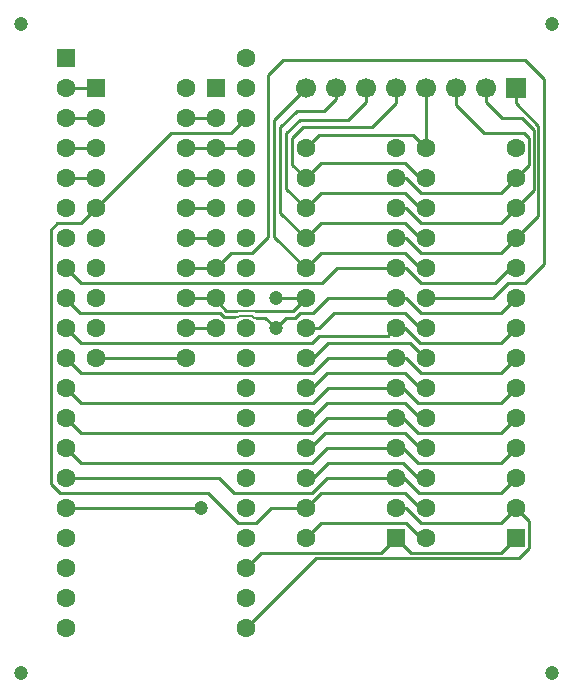
<source format=gbr>
%TF.GenerationSoftware,KiCad,Pcbnew,9.0.5*%
%TF.CreationDate,2025-10-18T15:16:22+02:00*%
%TF.ProjectId,a8sram,61387372-616d-42e6-9b69-6361645f7063,rev?*%
%TF.SameCoordinates,Original*%
%TF.FileFunction,Copper,L2,Bot*%
%TF.FilePolarity,Positive*%
%FSLAX46Y46*%
G04 Gerber Fmt 4.6, Leading zero omitted, Abs format (unit mm)*
G04 Created by KiCad (PCBNEW 9.0.5) date 2025-10-18 15:16:22*
%MOMM*%
%LPD*%
G01*
G04 APERTURE LIST*
G04 Aperture macros list*
%AMRoundRect*
0 Rectangle with rounded corners*
0 $1 Rounding radius*
0 $2 $3 $4 $5 $6 $7 $8 $9 X,Y pos of 4 corners*
0 Add a 4 corners polygon primitive as box body*
4,1,4,$2,$3,$4,$5,$6,$7,$8,$9,$2,$3,0*
0 Add four circle primitives for the rounded corners*
1,1,$1+$1,$2,$3*
1,1,$1+$1,$4,$5*
1,1,$1+$1,$6,$7*
1,1,$1+$1,$8,$9*
0 Add four rect primitives between the rounded corners*
20,1,$1+$1,$2,$3,$4,$5,0*
20,1,$1+$1,$4,$5,$6,$7,0*
20,1,$1+$1,$6,$7,$8,$9,0*
20,1,$1+$1,$8,$9,$2,$3,0*%
G04 Aperture macros list end*
%TA.AperFunction,ComponentPad*%
%ADD10RoundRect,0.250000X0.550000X0.550000X-0.550000X0.550000X-0.550000X-0.550000X0.550000X-0.550000X0*%
%TD*%
%TA.AperFunction,ComponentPad*%
%ADD11C,1.600000*%
%TD*%
%TA.AperFunction,ComponentPad*%
%ADD12R,1.600000X1.600000*%
%TD*%
%TA.AperFunction,ComponentPad*%
%ADD13R,1.700000X1.700000*%
%TD*%
%TA.AperFunction,ComponentPad*%
%ADD14C,1.700000*%
%TD*%
%TA.AperFunction,ComponentPad*%
%ADD15RoundRect,0.250000X-0.550000X-0.550000X0.550000X-0.550000X0.550000X0.550000X-0.550000X0.550000X0*%
%TD*%
%TA.AperFunction,ViaPad*%
%ADD16C,1.200000*%
%TD*%
%TA.AperFunction,Conductor*%
%ADD17C,0.250000*%
%TD*%
%TA.AperFunction,Conductor*%
%ADD18C,0.200000*%
%TD*%
G04 APERTURE END LIST*
D10*
%TO.P,U6,1,A14*%
%TO.N,/A14*%
X139700000Y-91440000D03*
D11*
%TO.P,U6,2,A12*%
%TO.N,/A12*%
X139700000Y-88900000D03*
%TO.P,U6,3,A7*%
%TO.N,/A7*%
X139700000Y-86360000D03*
%TO.P,U6,4,A6*%
%TO.N,/A6*%
X139700000Y-83820000D03*
%TO.P,U6,5,A5*%
%TO.N,/A5*%
X139700000Y-81280000D03*
%TO.P,U6,6,A4*%
%TO.N,/A4*%
X139700000Y-78740000D03*
%TO.P,U6,7,A3*%
%TO.N,/A3*%
X139700000Y-76200000D03*
%TO.P,U6,8,A2*%
%TO.N,/A2*%
X139700000Y-73660000D03*
%TO.P,U6,9,A1*%
%TO.N,/A1*%
X139700000Y-71120000D03*
%TO.P,U6,10,A0*%
%TO.N,/A0*%
X139700000Y-68580000D03*
%TO.P,U6,11,Q0*%
%TO.N,/D0*%
X139700000Y-66040000D03*
%TO.P,U6,12,Q1*%
%TO.N,/D1*%
X139700000Y-63500000D03*
%TO.P,U6,13,Q2*%
%TO.N,/D2*%
X139700000Y-60960000D03*
%TO.P,U6,14,GND*%
%TO.N,GND*%
X139700000Y-58420000D03*
%TO.P,U6,15,Q3*%
%TO.N,/D3*%
X132080000Y-58420000D03*
%TO.P,U6,16,Q4*%
%TO.N,/D4*%
X132080000Y-60960000D03*
%TO.P,U6,17,Q5*%
%TO.N,/D5*%
X132080000Y-63500000D03*
%TO.P,U6,18,Q6*%
%TO.N,/D6*%
X132080000Y-66040000D03*
%TO.P,U6,19,Q7*%
%TO.N,/D7*%
X132080000Y-68580000D03*
%TO.P,U6,20,~{CS}*%
%TO.N,_CS2*%
X132080000Y-71120000D03*
%TO.P,U6,21,A10*%
%TO.N,/A10*%
X132080000Y-73660000D03*
%TO.P,U6,22,~{OE}*%
%TO.N,_OE*%
X132080000Y-76200000D03*
%TO.P,U6,23,A11*%
%TO.N,/A11*%
X132080000Y-78740000D03*
%TO.P,U6,24,A9*%
%TO.N,/A9*%
X132080000Y-81280000D03*
%TO.P,U6,25,A8*%
%TO.N,/A8*%
X132080000Y-83820000D03*
%TO.P,U6,26,A13*%
%TO.N,/A13*%
X132080000Y-86360000D03*
%TO.P,U6,27,~{WE}*%
%TO.N,RW*%
X132080000Y-88900000D03*
%TO.P,U6,28,VCC*%
%TO.N,+5V*%
X132080000Y-91440000D03*
%TD*%
D12*
%TO.P,RN1,1,common*%
%TO.N,Net-(JP1-C)*%
X114300000Y-53340000D03*
D11*
%TO.P,RN1,2,R1*%
%TO.N,CLK{slash}2*%
X114300000Y-55880000D03*
%TO.P,RN1,3,R2*%
%TO.N,OSC*%
X114300000Y-58420000D03*
%TO.P,RN1,4,R3*%
%TO.N,O3*%
X114300000Y-60960000D03*
%TO.P,RN1,5,R4*%
%TO.N,O4*%
X114300000Y-63500000D03*
%TO.P,RN1,6,R5*%
%TO.N,O5*%
X114300000Y-66040000D03*
%TO.P,RN1,7,R6*%
%TO.N,_CS2*%
X114300000Y-68580000D03*
%TO.P,RN1,8,R7*%
%TO.N,_CS1*%
X114300000Y-71120000D03*
%TO.P,RN1,9,R8*%
%TO.N,_OE*%
X114300000Y-73660000D03*
%TD*%
D13*
%TO.P,J1,1,Pin_1*%
%TO.N,/D0*%
X139700000Y-53340000D03*
D14*
%TO.P,J1,2,Pin_2*%
%TO.N,/D1*%
X137160000Y-53340000D03*
%TO.P,J1,3,Pin_3*%
%TO.N,/D2*%
X134620000Y-53340000D03*
%TO.P,J1,4,Pin_4*%
%TO.N,/D3*%
X132080000Y-53340000D03*
%TO.P,J1,5,Pin_5*%
%TO.N,/D4*%
X129540000Y-53340000D03*
%TO.P,J1,6,Pin_6*%
%TO.N,/D5*%
X127000000Y-53340000D03*
%TO.P,J1,7,Pin_7*%
%TO.N,/D6*%
X124460000Y-53340000D03*
%TO.P,J1,8,Pin_8*%
%TO.N,/D7*%
X121920000Y-53340000D03*
%TD*%
D15*
%TO.P,U4,1,CLK0*%
%TO.N,unconnected-(U4-CLK0-Pad1)*%
X101600000Y-50800000D03*
D11*
%TO.P,U4,2,CLK*%
%TO.N,CLK*%
X101600000Y-53340000D03*
%TO.P,U4,3,EXTSEL*%
%TO.N,_EXTSEL*%
X101600000Y-55880000D03*
%TO.P,U4,4,_CI*%
%TO.N,_CI*%
X101600000Y-58420000D03*
%TO.P,U4,5,O2*%
%TO.N,_O2*%
X101600000Y-60960000D03*
%TO.P,U4,6,NC*%
%TO.N,unconnected-(U4-NC-Pad6)*%
X101600000Y-63500000D03*
%TO.P,U4,7,NC*%
%TO.N,unconnected-(U4-NC-Pad7)*%
X101600000Y-66040000D03*
%TO.P,U4,8,A0*%
%TO.N,/A0*%
X101600000Y-68580000D03*
%TO.P,U4,9,A1*%
%TO.N,/A1*%
X101600000Y-71120000D03*
%TO.P,U4,10,A2*%
%TO.N,/A2*%
X101600000Y-73660000D03*
%TO.P,U4,11,A3*%
%TO.N,/A3*%
X101600000Y-76200000D03*
%TO.P,U4,12,A4*%
%TO.N,/A4*%
X101600000Y-78740000D03*
%TO.P,U4,13,A5*%
%TO.N,/A5*%
X101600000Y-81280000D03*
%TO.P,U4,14,A6*%
%TO.N,/A6*%
X101600000Y-83820000D03*
%TO.P,U4,15,A7*%
%TO.N,/A7*%
X101600000Y-86360000D03*
%TO.P,U4,16,A8*%
%TO.N,/A8*%
X101600000Y-88900000D03*
%TO.P,U4,17,A9*%
%TO.N,/A9*%
X101600000Y-91440000D03*
%TO.P,U4,18,A10*%
%TO.N,/A10*%
X101600000Y-93980000D03*
%TO.P,U4,19,A11*%
%TO.N,/A11*%
X101600000Y-96520000D03*
%TO.P,U4,20,Vss*%
%TO.N,GND*%
X101600000Y-99060000D03*
%TO.P,U4,21,A12*%
%TO.N,/A12*%
X116840000Y-99060000D03*
%TO.P,U4,22,A13*%
%TO.N,/A13*%
X116840000Y-96520000D03*
%TO.P,U4,23,FA14*%
%TO.N,/A14*%
X116840000Y-93980000D03*
%TO.P,U4,24,FA15*%
%TO.N,A15*%
X116840000Y-91440000D03*
%TO.P,U4,25,RA7*%
%TO.N,unconnected-(U4-RA7-Pad25)*%
X116840000Y-88900000D03*
%TO.P,U4,26,RA6*%
%TO.N,unconnected-(U4-RA6-Pad26)*%
X116840000Y-86360000D03*
%TO.P,U4,27,RA5*%
%TO.N,unconnected-(U4-RA5-Pad27)*%
X116840000Y-83820000D03*
%TO.P,U4,28,RA4*%
%TO.N,unconnected-(U4-RA4-Pad28)*%
X116840000Y-81280000D03*
%TO.P,U4,29,RA3*%
%TO.N,unconnected-(U4-RA3-Pad29)*%
X116840000Y-78740000D03*
%TO.P,U4,30,RA2*%
%TO.N,unconnected-(U4-RA2-Pad30)*%
X116840000Y-76200000D03*
%TO.P,U4,31,RA1*%
%TO.N,unconnected-(U4-RA1-Pad31)*%
X116840000Y-73660000D03*
%TO.P,U4,32,RA0*%
%TO.N,unconnected-(U4-RA0-Pad32)*%
X116840000Y-71120000D03*
%TO.P,U4,33,_RAS*%
%TO.N,unconnected-(U4-_RAS-Pad33)*%
X116840000Y-68580000D03*
%TO.P,U4,34,_WRT*%
%TO.N,unconnected-(U4-_WRT-Pad34)*%
X116840000Y-66040000D03*
%TO.P,U4,35,_CAS*%
%TO.N,unconnected-(U4-_CAS-Pad35)*%
X116840000Y-63500000D03*
%TO.P,U4,36,NC*%
%TO.N,unconnected-(U4-NC-Pad36)*%
X116840000Y-60960000D03*
%TO.P,U4,37,OSC*%
%TO.N,OSC*%
X116840000Y-58420000D03*
%TO.P,U4,38,R/_W*%
%TO.N,RW*%
X116840000Y-55880000D03*
%TO.P,U4,39,_RST*%
%TO.N,unconnected-(U4-_RST-Pad39)*%
X116840000Y-53340000D03*
%TO.P,U4,40,Vcc*%
%TO.N,+5V*%
X116840000Y-50800000D03*
%TD*%
D15*
%TO.P,U1,1,I1/CLK*%
%TO.N,CLK*%
X104140000Y-53340000D03*
D11*
%TO.P,U1,2,I2*%
%TO.N,_EXTSEL*%
X104140000Y-55880000D03*
%TO.P,U1,3,I3*%
%TO.N,_CI*%
X104140000Y-58420000D03*
%TO.P,U1,4,I4*%
%TO.N,_O2*%
X104140000Y-60960000D03*
%TO.P,U1,5,I5*%
%TO.N,RW*%
X104140000Y-63500000D03*
%TO.P,U1,6,I6*%
%TO.N,I6*%
X104140000Y-66040000D03*
%TO.P,U1,7,I7*%
%TO.N,I7*%
X104140000Y-68580000D03*
%TO.P,U1,8,I8*%
%TO.N,I8*%
X104140000Y-71120000D03*
%TO.P,U1,9,I9*%
%TO.N,A15*%
X104140000Y-73660000D03*
%TO.P,U1,10,GND*%
%TO.N,GND*%
X104140000Y-76200000D03*
%TO.P,U1,11,I10/~{OE}*%
X111760000Y-76200000D03*
%TO.P,U1,12,IO8*%
%TO.N,_OE*%
X111760000Y-73660000D03*
%TO.P,U1,13,IO7*%
%TO.N,_CS1*%
X111760000Y-71120000D03*
%TO.P,U1,14,IO6*%
%TO.N,_CS2*%
X111760000Y-68580000D03*
%TO.P,U1,15,IO5*%
%TO.N,O5*%
X111760000Y-66040000D03*
%TO.P,U1,16,IO4*%
%TO.N,O4*%
X111760000Y-63500000D03*
%TO.P,U1,17,I03*%
%TO.N,O3*%
X111760000Y-60960000D03*
%TO.P,U1,18,IO2*%
%TO.N,OSC*%
X111760000Y-58420000D03*
%TO.P,U1,19,IO1*%
%TO.N,CLK{slash}2*%
X111760000Y-55880000D03*
%TO.P,U1,20,VCC*%
%TO.N,+5V*%
X111760000Y-53340000D03*
%TD*%
D10*
%TO.P,U5,1,A14*%
%TO.N,/A14*%
X129540000Y-91440000D03*
D11*
%TO.P,U5,2,A12*%
%TO.N,/A12*%
X129540000Y-88900000D03*
%TO.P,U5,3,A7*%
%TO.N,/A7*%
X129540000Y-86360000D03*
%TO.P,U5,4,A6*%
%TO.N,/A6*%
X129540000Y-83820000D03*
%TO.P,U5,5,A5*%
%TO.N,/A5*%
X129540000Y-81280000D03*
%TO.P,U5,6,A4*%
%TO.N,/A4*%
X129540000Y-78740000D03*
%TO.P,U5,7,A3*%
%TO.N,/A3*%
X129540000Y-76200000D03*
%TO.P,U5,8,A2*%
%TO.N,/A2*%
X129540000Y-73660000D03*
%TO.P,U5,9,A1*%
%TO.N,/A1*%
X129540000Y-71120000D03*
%TO.P,U5,10,A0*%
%TO.N,/A0*%
X129540000Y-68580000D03*
%TO.P,U5,11,Q0*%
%TO.N,/D0*%
X129540000Y-66040000D03*
%TO.P,U5,12,Q1*%
%TO.N,/D1*%
X129540000Y-63500000D03*
%TO.P,U5,13,Q2*%
%TO.N,/D2*%
X129540000Y-60960000D03*
%TO.P,U5,14,GND*%
%TO.N,GND*%
X129540000Y-58420000D03*
%TO.P,U5,15,Q3*%
%TO.N,/D3*%
X121920000Y-58420000D03*
%TO.P,U5,16,Q4*%
%TO.N,/D4*%
X121920000Y-60960000D03*
%TO.P,U5,17,Q5*%
%TO.N,/D5*%
X121920000Y-63500000D03*
%TO.P,U5,18,Q6*%
%TO.N,/D6*%
X121920000Y-66040000D03*
%TO.P,U5,19,Q7*%
%TO.N,/D7*%
X121920000Y-68580000D03*
%TO.P,U5,20,~{CS}*%
%TO.N,_CS1*%
X121920000Y-71120000D03*
%TO.P,U5,21,A10*%
%TO.N,/A10*%
X121920000Y-73660000D03*
%TO.P,U5,22,~{OE}*%
%TO.N,_OE*%
X121920000Y-76200000D03*
%TO.P,U5,23,A11*%
%TO.N,/A11*%
X121920000Y-78740000D03*
%TO.P,U5,24,A9*%
%TO.N,/A9*%
X121920000Y-81280000D03*
%TO.P,U5,25,A8*%
%TO.N,/A8*%
X121920000Y-83820000D03*
%TO.P,U5,26,A13*%
%TO.N,/A13*%
X121920000Y-86360000D03*
%TO.P,U5,27,~{WE}*%
%TO.N,RW*%
X121920000Y-88900000D03*
%TO.P,U5,28,VCC*%
%TO.N,+5V*%
X121920000Y-91440000D03*
%TD*%
D16*
%TO.N,*%
X142790000Y-47870000D03*
X97790000Y-47870000D03*
X97790000Y-102870000D03*
X142790000Y-102870000D03*
%TO.N,/A8*%
X113030000Y-88900000D03*
%TO.N,/A1*%
X119380000Y-73660000D03*
%TO.N,_CS1*%
X119380000Y-71120000D03*
%TD*%
D17*
%TO.N,GND*%
X104140000Y-76200000D02*
X111760000Y-76200000D01*
%TO.N,+5V*%
X130429000Y-90170000D02*
X123190000Y-90170000D01*
X123190000Y-90170000D02*
X121920000Y-91440000D01*
X131699000Y-91440000D02*
X130429000Y-90170000D01*
X132080000Y-91440000D02*
X131699000Y-91440000D01*
%TO.N,/D0*%
X141625000Y-56515000D02*
X141605000Y-56515000D01*
X131699000Y-67310000D02*
X130429000Y-66040000D01*
X141625000Y-64115000D02*
X141625000Y-56515000D01*
X139700000Y-66040000D02*
X138430000Y-67310000D01*
X139700000Y-66040000D02*
X141625000Y-64115000D01*
X139700000Y-54610000D02*
X139700000Y-53340000D01*
X130429000Y-66040000D02*
X129540000Y-66040000D01*
X141605000Y-56515000D02*
X139700000Y-54610000D01*
X138430000Y-67310000D02*
X131699000Y-67310000D01*
%TO.N,/D4*%
X120777000Y-57519388D02*
X120777000Y-57531000D01*
X120777000Y-57531000D02*
X121666000Y-56642000D01*
X121666000Y-56642000D02*
X127508000Y-56642000D01*
X131572000Y-60960000D02*
X130302000Y-59690000D01*
X130302000Y-59690000D02*
X123190000Y-59690000D01*
X129540000Y-54610000D02*
X129540000Y-53340000D01*
X120777000Y-57531000D02*
X120777000Y-59817000D01*
X132080000Y-60960000D02*
X131572000Y-60960000D01*
X127508000Y-56642000D02*
X129540000Y-54610000D01*
X120777000Y-59817000D02*
X121920000Y-60960000D01*
X123190000Y-59690000D02*
X121920000Y-60960000D01*
%TO.N,/D2*%
X130429000Y-60960000D02*
X129540000Y-60960000D01*
X140801000Y-57531000D02*
X140420000Y-57150000D01*
X139700000Y-60960000D02*
X138430000Y-62230000D01*
X134620000Y-54737000D02*
X134620000Y-53340000D01*
X140801000Y-59859000D02*
X140801000Y-57531000D01*
X139700000Y-60960000D02*
X140801000Y-59859000D01*
X140420000Y-57150000D02*
X137033000Y-57150000D01*
X137033000Y-57150000D02*
X134620000Y-54737000D01*
X131699000Y-62230000D02*
X130429000Y-60960000D01*
X138430000Y-62230000D02*
X131699000Y-62230000D01*
%TO.N,/D7*%
X119253000Y-56007000D02*
X121920000Y-53340000D01*
X132080000Y-68580000D02*
X131572000Y-68580000D01*
X130302000Y-67310000D02*
X123190000Y-67310000D01*
X131572000Y-68580000D02*
X130302000Y-67310000D01*
X121920000Y-68580000D02*
X119253000Y-65913000D01*
X123190000Y-67310000D02*
X121920000Y-68580000D01*
X119253000Y-65913000D02*
X119253000Y-56007000D01*
%TO.N,/D1*%
X139700000Y-63500000D02*
X141224000Y-61976000D01*
X137160000Y-54483000D02*
X137160000Y-53340000D01*
X139700000Y-63500000D02*
X138430000Y-64770000D01*
X138430000Y-64770000D02*
X131699000Y-64770000D01*
X131699000Y-64770000D02*
X130429000Y-63500000D01*
X130429000Y-63500000D02*
X129540000Y-63500000D01*
X141224000Y-56907611D02*
X140196389Y-55880000D01*
X141224000Y-61976000D02*
X141224000Y-56907611D01*
X138557000Y-55880000D02*
X137160000Y-54483000D01*
X140196389Y-55880000D02*
X138557000Y-55880000D01*
%TO.N,/D6*%
X123444000Y-55245000D02*
X124460000Y-54229000D01*
X119761000Y-56642000D02*
X121158000Y-55245000D01*
X119761000Y-63881000D02*
X119761000Y-56642000D01*
X131572000Y-66040000D02*
X130302000Y-64770000D01*
X124460000Y-54229000D02*
X124460000Y-53340000D01*
X121158000Y-55245000D02*
X123444000Y-55245000D01*
X123190000Y-64770000D02*
X121920000Y-66040000D01*
X130302000Y-64770000D02*
X123190000Y-64770000D01*
X132080000Y-66040000D02*
X131572000Y-66040000D01*
X121920000Y-66040000D02*
X119761000Y-63881000D01*
%TO.N,/D3*%
X130979000Y-57319000D02*
X130810000Y-57319000D01*
X132080000Y-58420000D02*
X130979000Y-57319000D01*
X130810000Y-57319000D02*
X123021000Y-57319000D01*
X123021000Y-57319000D02*
X121920000Y-58420000D01*
X132080000Y-53340000D02*
X132080000Y-58420000D01*
%TO.N,RW*%
X100330000Y-65328800D02*
X100888800Y-64770000D01*
X117729000Y-90170000D02*
X116205000Y-90170000D01*
X101092000Y-87630000D02*
X100330000Y-86868000D01*
X113665000Y-87630000D02*
X101092000Y-87630000D01*
X100330000Y-86868000D02*
X100330000Y-65328800D01*
X123190000Y-87630000D02*
X121920000Y-88900000D01*
X130302000Y-87630000D02*
X123190000Y-87630000D01*
X116205000Y-90170000D02*
X113665000Y-87630000D01*
X121920000Y-88900000D02*
X118999000Y-88900000D01*
X116840000Y-55880000D02*
X115570000Y-57150000D01*
X110490000Y-57150000D02*
X104140000Y-63500000D01*
X115570000Y-57150000D02*
X110490000Y-57150000D01*
X100888800Y-64770000D02*
X102870000Y-64770000D01*
X131572000Y-88900000D02*
X130302000Y-87630000D01*
X132080000Y-88900000D02*
X131572000Y-88900000D01*
X102870000Y-64770000D02*
X104140000Y-63500000D01*
X118999000Y-88900000D02*
X117729000Y-90170000D01*
%TO.N,CLK*%
X104140000Y-53340000D02*
X101600000Y-53340000D01*
%TO.N,OSC*%
X116840000Y-58420000D02*
X111760000Y-58420000D01*
%TO.N,/A10*%
X130302000Y-72390000D02*
X124333000Y-72390000D01*
X131572000Y-73660000D02*
X130302000Y-72390000D01*
X124333000Y-72390000D02*
X123063000Y-73660000D01*
X123063000Y-73660000D02*
X121920000Y-73660000D01*
%TO.N,/A3*%
X122555000Y-77470000D02*
X102870000Y-77470000D01*
X131699000Y-77470000D02*
X130429000Y-76200000D01*
X123825000Y-76200000D02*
X122555000Y-77470000D01*
X102870000Y-77470000D02*
X101600000Y-76200000D01*
X129540000Y-76200000D02*
X123825000Y-76200000D01*
X130429000Y-76200000D02*
X129540000Y-76200000D01*
X138430000Y-77470000D02*
X131699000Y-77470000D01*
X139700000Y-76200000D02*
X138430000Y-77470000D01*
%TO.N,/A9*%
X130302000Y-80010000D02*
X123698000Y-80010000D01*
X122428000Y-81280000D02*
X121920000Y-81280000D01*
X131572000Y-81280000D02*
X130302000Y-80010000D01*
X132080000Y-81280000D02*
X131572000Y-81280000D01*
X123698000Y-80010000D02*
X122428000Y-81280000D01*
%TO.N,/A13*%
X131445000Y-86360000D02*
X130175000Y-85090000D01*
X122555000Y-86360000D02*
X121920000Y-86360000D01*
X123825000Y-85090000D02*
X122555000Y-86360000D01*
X132080000Y-86360000D02*
X131445000Y-86360000D01*
X130175000Y-85090000D02*
X123825000Y-85090000D01*
%TO.N,/A8*%
X122301000Y-83820000D02*
X121920000Y-83820000D01*
X132080000Y-83820000D02*
X131572000Y-83820000D01*
X131572000Y-83820000D02*
X130302000Y-82550000D01*
X130302000Y-82550000D02*
X123571000Y-82550000D01*
X113030000Y-88900000D02*
X101600000Y-88900000D01*
X123571000Y-82550000D02*
X122301000Y-83820000D01*
%TO.N,/A2*%
X138430000Y-74930000D02*
X131572000Y-74930000D01*
X139700000Y-73660000D02*
X138430000Y-74930000D01*
X102870000Y-74930000D02*
X101600000Y-73660000D01*
X123063000Y-74295000D02*
X122428000Y-74930000D01*
X131572000Y-74930000D02*
X130302000Y-73660000D01*
X122428000Y-74930000D02*
X102870000Y-74930000D01*
X129540000Y-73660000D02*
X129482193Y-73660000D01*
X128847193Y-74295000D02*
X123063000Y-74295000D01*
X129482193Y-73660000D02*
X128847193Y-74295000D01*
X130302000Y-73660000D02*
X129540000Y-73660000D01*
%TO.N,/A6*%
X102870000Y-85090000D02*
X101600000Y-83820000D01*
X129540000Y-83820000D02*
X123698000Y-83820000D01*
X139700000Y-83820000D02*
X138430000Y-85090000D01*
X130175000Y-83820000D02*
X129540000Y-83820000D01*
X138430000Y-85090000D02*
X131445000Y-85090000D01*
X122428000Y-85090000D02*
X102870000Y-85090000D01*
X131445000Y-85090000D02*
X130175000Y-83820000D01*
X123698000Y-83820000D02*
X122428000Y-85090000D01*
%TO.N,/A4*%
X102870000Y-80010000D02*
X101600000Y-78740000D01*
X138430000Y-80010000D02*
X131445000Y-80010000D01*
X129540000Y-78740000D02*
X123825000Y-78740000D01*
X130175000Y-78740000D02*
X129540000Y-78740000D01*
X123825000Y-78740000D02*
X122555000Y-80010000D01*
X131445000Y-80010000D02*
X130175000Y-78740000D01*
X139700000Y-78740000D02*
X138430000Y-80010000D01*
X122555000Y-80010000D02*
X102870000Y-80010000D01*
%TO.N,/A7*%
X138430000Y-87630000D02*
X131508500Y-87630000D01*
X114554000Y-86360000D02*
X101600000Y-86360000D01*
X129540000Y-86360000D02*
X123698000Y-86360000D01*
X122428000Y-87630000D02*
X115824000Y-87630000D01*
X123698000Y-86360000D02*
X122428000Y-87630000D01*
X139700000Y-86360000D02*
X138430000Y-87630000D01*
X115824000Y-87630000D02*
X114554000Y-86360000D01*
X130238500Y-86360000D02*
X129540000Y-86360000D01*
X131508500Y-87630000D02*
X130238500Y-86360000D01*
%TO.N,/A14*%
X129540000Y-91440000D02*
X128270000Y-92710000D01*
X128270000Y-92710000D02*
X118110000Y-92710000D01*
X139700000Y-91440000D02*
X138430000Y-92710000D01*
X130810000Y-92710000D02*
X129540000Y-91440000D01*
X118110000Y-92710000D02*
X116840000Y-93980000D01*
X138430000Y-92710000D02*
X130810000Y-92710000D01*
%TO.N,/A5*%
X122428000Y-82550000D02*
X102870000Y-82550000D01*
X130175000Y-81280000D02*
X129540000Y-81280000D01*
X138430000Y-82550000D02*
X131445000Y-82550000D01*
X131445000Y-82550000D02*
X130175000Y-81280000D01*
X123698000Y-81280000D02*
X122428000Y-82550000D01*
X102870000Y-82550000D02*
X101600000Y-81280000D01*
X129540000Y-81280000D02*
X123698000Y-81280000D01*
X139700000Y-81280000D02*
X138430000Y-82550000D01*
%TO.N,/A12*%
X116840000Y-99060000D02*
X122809000Y-93091000D01*
X138430000Y-90170000D02*
X131699000Y-90170000D01*
X139935160Y-93091000D02*
X140801000Y-92225160D01*
X130429000Y-88900000D02*
X129540000Y-88900000D01*
X140801000Y-90001000D02*
X139700000Y-88900000D01*
X140801000Y-92225160D02*
X140801000Y-90001000D01*
X139700000Y-88900000D02*
X138430000Y-90170000D01*
X122809000Y-93091000D02*
X139935160Y-93091000D01*
X131699000Y-90170000D02*
X130429000Y-88900000D01*
%TO.N,/A1*%
X119380000Y-73660000D02*
X120269000Y-72771000D01*
X131699000Y-72390000D02*
X130429000Y-71120000D01*
X118491000Y-72771000D02*
X119380000Y-73660000D01*
X130429000Y-71120000D02*
X129540000Y-71120000D01*
X120269000Y-72771000D02*
X121031000Y-72771000D01*
D18*
X117510000Y-72771000D02*
X117729000Y-72771000D01*
D17*
X139700000Y-71120000D02*
X138430000Y-72390000D01*
D18*
X116210595Y-72697000D02*
X116298595Y-72609000D01*
D17*
X101600000Y-71212725D02*
X101600000Y-71120000D01*
X114655600Y-72390000D02*
X102777275Y-72390000D01*
X121031000Y-72771000D02*
X121412000Y-72390000D01*
D18*
X117348000Y-72609000D02*
X117510000Y-72771000D01*
X116298595Y-72609000D02*
X117348000Y-72609000D01*
D17*
X121412000Y-72390000D02*
X122571525Y-72390000D01*
D18*
X115951000Y-72697000D02*
X116210595Y-72697000D01*
D17*
X138430000Y-72390000D02*
X131699000Y-72390000D01*
X114962600Y-72697000D02*
X114655600Y-72390000D01*
X102777275Y-72390000D02*
X101600000Y-71212725D01*
X122571525Y-72390000D02*
X123841525Y-71120000D01*
X115951000Y-72697000D02*
X114962600Y-72697000D01*
X117729000Y-72771000D02*
X118491000Y-72771000D01*
X123841525Y-71120000D02*
X129540000Y-71120000D01*
%TO.N,/A0*%
X137922000Y-69850000D02*
X131699000Y-69850000D01*
X124587000Y-68580000D02*
X123317000Y-69850000D01*
X102870000Y-69850000D02*
X101600000Y-68580000D01*
X139192000Y-68580000D02*
X137922000Y-69850000D01*
X129540000Y-68580000D02*
X124587000Y-68580000D01*
X123317000Y-69850000D02*
X102870000Y-69850000D01*
X130429000Y-68580000D02*
X129540000Y-68580000D01*
X131699000Y-69850000D02*
X130429000Y-68580000D01*
X139700000Y-68580000D02*
X139192000Y-68580000D01*
%TO.N,/A11*%
X131572000Y-78740000D02*
X130302000Y-77470000D01*
X132080000Y-78740000D02*
X131572000Y-78740000D01*
X130302000Y-77470000D02*
X123698000Y-77470000D01*
X122428000Y-78740000D02*
X121920000Y-78740000D01*
X123698000Y-77470000D02*
X122428000Y-78740000D01*
%TO.N,/D5*%
X121412000Y-56007000D02*
X125476000Y-56007000D01*
X125476000Y-56007000D02*
X127000000Y-54483000D01*
X120269000Y-57150000D02*
X121412000Y-56007000D01*
X120269000Y-61849000D02*
X120269000Y-57150000D01*
X130326083Y-62230000D02*
X123190000Y-62230000D01*
X127000000Y-54483000D02*
X127000000Y-53340000D01*
X131596083Y-63500000D02*
X130326083Y-62230000D01*
X132080000Y-63500000D02*
X131596083Y-63500000D01*
X121920000Y-63500000D02*
X120269000Y-61849000D01*
X123190000Y-62230000D02*
X121920000Y-63500000D01*
%TO.N,CLK{slash}2*%
X111760000Y-55880000D02*
X114300000Y-55880000D01*
%TO.N,O5*%
X111760000Y-66040000D02*
X114300000Y-66040000D01*
%TO.N,O4*%
X111760000Y-63500000D02*
X114300000Y-63500000D01*
%TO.N,O3*%
X111760000Y-60960000D02*
X114300000Y-60960000D01*
%TO.N,_CS2*%
X137795000Y-71120000D02*
X132080000Y-71120000D01*
X118745000Y-65913000D02*
X118745000Y-52197000D01*
X114300000Y-68580000D02*
X115570000Y-67310000D01*
X118745000Y-52197000D02*
X120015000Y-50927000D01*
X111760000Y-68580000D02*
X114300000Y-68580000D01*
X120015000Y-50927000D02*
X140462000Y-50927000D01*
X142113000Y-68199000D02*
X140462000Y-69850000D01*
X117348000Y-67310000D02*
X118745000Y-65913000D01*
X139065000Y-69850000D02*
X137795000Y-71120000D01*
X142113000Y-52578000D02*
X142113000Y-68199000D01*
X140462000Y-50927000D02*
X142113000Y-52578000D01*
X140462000Y-69850000D02*
X139065000Y-69850000D01*
X115570000Y-67310000D02*
X117348000Y-67310000D01*
%TO.N,_CS1*%
X116078000Y-72171000D02*
X115211300Y-72171000D01*
X117602000Y-72171000D02*
X120869000Y-72171000D01*
X120869000Y-72171000D02*
X121920000Y-71120000D01*
X121920000Y-71120000D02*
X119380000Y-71120000D01*
X114160300Y-71120000D02*
X111760000Y-71120000D01*
D18*
X117602000Y-72171000D02*
X116078000Y-72171000D01*
D17*
X115211300Y-72171000D02*
X114160300Y-71120000D01*
%TO.N,_OE*%
X132008800Y-76200000D02*
X130738800Y-74930000D01*
X122555000Y-76200000D02*
X121920000Y-76200000D01*
X132080000Y-76200000D02*
X132008800Y-76200000D01*
X111760000Y-73660000D02*
X114300000Y-73660000D01*
X123825000Y-74930000D02*
X122555000Y-76200000D01*
X130738800Y-74930000D02*
X123825000Y-74930000D01*
%TO.N,_EXTSEL*%
X104140000Y-55880000D02*
X101600000Y-55880000D01*
%TO.N,_O2*%
X104140000Y-60960000D02*
X101600000Y-60960000D01*
%TO.N,_CI*%
X104140000Y-58420000D02*
X101600000Y-58420000D01*
%TD*%
M02*

</source>
